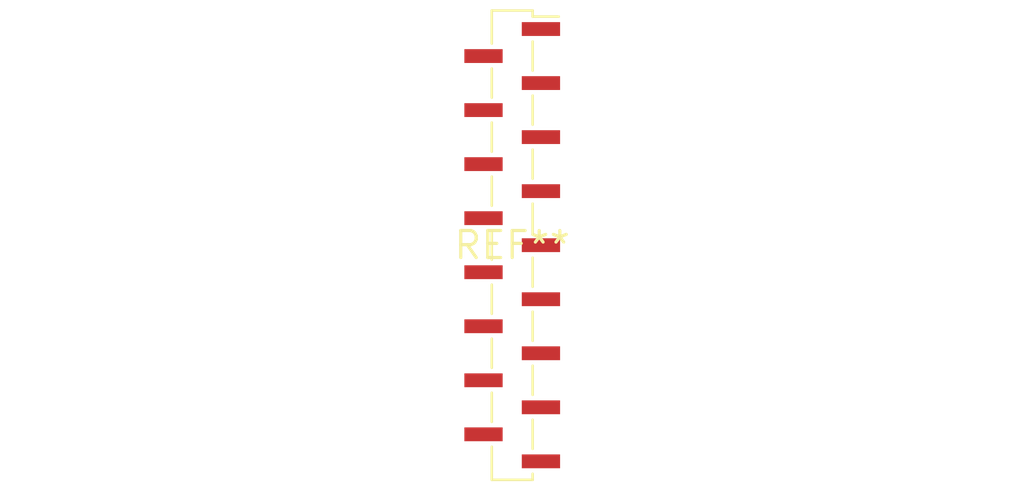
<source format=kicad_pcb>
(kicad_pcb (version 20240108) (generator pcbnew)
  (layers (0 "F.Cu" signal) (31 "B.Cu" signal) (34 "B.Paste" user) (35 "F.Paste" user) (36 "B.SilkS" user "B.Silkscreen") (37 "F.SilkS" user "F.Silkscreen") (38 "B.Mask" user) (39 "F.Mask" user) (44 "Edge.Cuts" user))
  (net 0 "")
  (footprint "PinSocket_1x17_P1.27mm_Vertical_SMD_Pin1Right" (layer "F.Cu") (at 0 0)
    (property "Reference" "REF**")
    (property "Value" "PinSocket_1x17_P1.27mm_Vertical_SMD_Pin1Right")
    (fp_line (start -0.96 -11.03) (end -0.96 -9.475) (layer "F.SilkS") (stroke (width 0.12)))
    (fp_line (start -0.96 -11.03) (end 0.96 -11.03) (layer "F.SilkS") (stroke (width 0.12)))
    (fp_line (start -0.96 -8.305) (end -0.96 -6.935) (layer "F.SilkS") (stroke (width 0.12)))
    (fp_line (start -0.96 -5.765) (end -0.96 -4.395) (layer "F.SilkS") (stroke (width 0.12)))
    (fp_line (start -0.96 -3.225) (end -0.96 -1.855) (layer "F.SilkS") (stroke (width 0.12)))
    (fp_line (start -0.96 -0.685) (end -0.96 0.685) (layer "F.SilkS") (stroke (width 0.12)))
    (fp_line (start -0.96 1.855) (end -0.96 3.225) (layer "F.SilkS") (stroke (width 0.12)))
    (fp_line (start -0.96 4.395) (end -0.96 5.765) (layer "F.SilkS") (stroke (width 0.12)))
    (fp_line (start -0.96 6.935) (end -0.96 8.305) (layer "F.SilkS") (stroke (width 0.12)))
    (fp_line (start -0.96 9.475) (end -0.96 11.03) (layer "F.SilkS") (stroke (width 0.12)))
    (fp_line (start -0.96 11.03) (end 0.96 11.03) (layer "F.SilkS") (stroke (width 0.12)))
    (fp_line (start 0.96 -11.03) (end 0.96 -10.745) (layer "F.SilkS") (stroke (width 0.12)))
    (fp_line (start 0.96 -10.745) (end 2.19 -10.745) (layer "F.SilkS") (stroke (width 0.12)))
    (fp_line (start 0.96 -9.575) (end 0.96 -8.205) (layer "F.SilkS") (stroke (width 0.12)))
    (fp_line (start 0.96 -7.035) (end 0.96 -5.665) (layer "F.SilkS") (stroke (width 0.12)))
    (fp_line (start 0.96 -4.495) (end 0.96 -3.125) (layer "F.SilkS") (stroke (width 0.12)))
    (fp_line (start 0.96 -1.955) (end 0.96 -0.585) (layer "F.SilkS") (stroke (width 0.12)))
    (fp_line (start 0.96 0.585) (end 0.96 1.955) (layer "F.SilkS") (stroke (width 0.12)))
    (fp_line (start 0.96 3.125) (end 0.96 4.495) (layer "F.SilkS") (stroke (width 0.12)))
    (fp_line (start 0.96 5.665) (end 0.96 7.035) (layer "F.SilkS") (stroke (width 0.12)))
    (fp_line (start 0.96 8.205) (end 0.96 9.575) (layer "F.SilkS") (stroke (width 0.12)))
    (fp_line (start 0.96 10.745) (end 0.96 11.03) (layer "F.SilkS") (stroke (width 0.12)))
    (pad "1" smd rect (at 1.35 -10.16) (size 1.8 0.65) (layers "F.Cu" "F.Paste" "F.Mask"))
    (pad "2" smd rect (at -1.35 -8.89) (size 1.8 0.65) (layers "F.Cu" "F.Paste" "F.Mask"))
    (pad "3" smd rect (at 1.35 -7.62) (size 1.8 0.65) (layers "F.Cu" "F.Paste" "F.Mask"))
    (pad "4" smd rect (at -1.35 -6.35) (size 1.8 0.65) (layers "F.Cu" "F.Paste" "F.Mask"))
    (pad "5" smd rect (at 1.35 -5.08) (size 1.8 0.65) (layers "F.Cu" "F.Paste" "F.Mask"))
    (pad "6" smd rect (at -1.35 -3.81) (size 1.8 0.65) (layers "F.Cu" "F.Paste" "F.Mask"))
    (pad "7" smd rect (at 1.35 -2.54) (size 1.8 0.65) (layers "F.Cu" "F.Paste" "F.Mask"))
    (pad "8" smd rect (at -1.35 -1.27) (size 1.8 0.65) (layers "F.Cu" "F.Paste" "F.Mask"))
    (pad "9" smd rect (at 1.35 0) (size 1.8 0.65) (layers "F.Cu" "F.Paste" "F.Mask"))
    (pad "10" smd rect (at -1.35 1.27) (size 1.8 0.65) (layers "F.Cu" "F.Paste" "F.Mask"))
    (pad "11" smd rect (at 1.35 2.54) (size 1.8 0.65) (layers "F.Cu" "F.Paste" "F.Mask"))
    (pad "12" smd rect (at -1.35 3.81) (size 1.8 0.65) (layers "F.Cu" "F.Paste" "F.Mask"))
    (pad "13" smd rect (at 1.35 5.08) (size 1.8 0.65) (layers "F.Cu" "F.Paste" "F.Mask"))
    (pad "14" smd rect (at -1.35 6.35) (size 1.8 0.65) (layers "F.Cu" "F.Paste" "F.Mask"))
    (pad "15" smd rect (at 1.35 7.62) (size 1.8 0.65) (layers "F.Cu" "F.Paste" "F.Mask"))
    (pad "16" smd rect (at -1.35 8.89) (size 1.8 0.65) (layers "F.Cu" "F.Paste" "F.Mask"))
    (pad "17" smd rect (at 1.35 10.16) (size 1.8 0.65) (layers "F.Cu" "F.Paste" "F.Mask"))
  )
)
</source>
